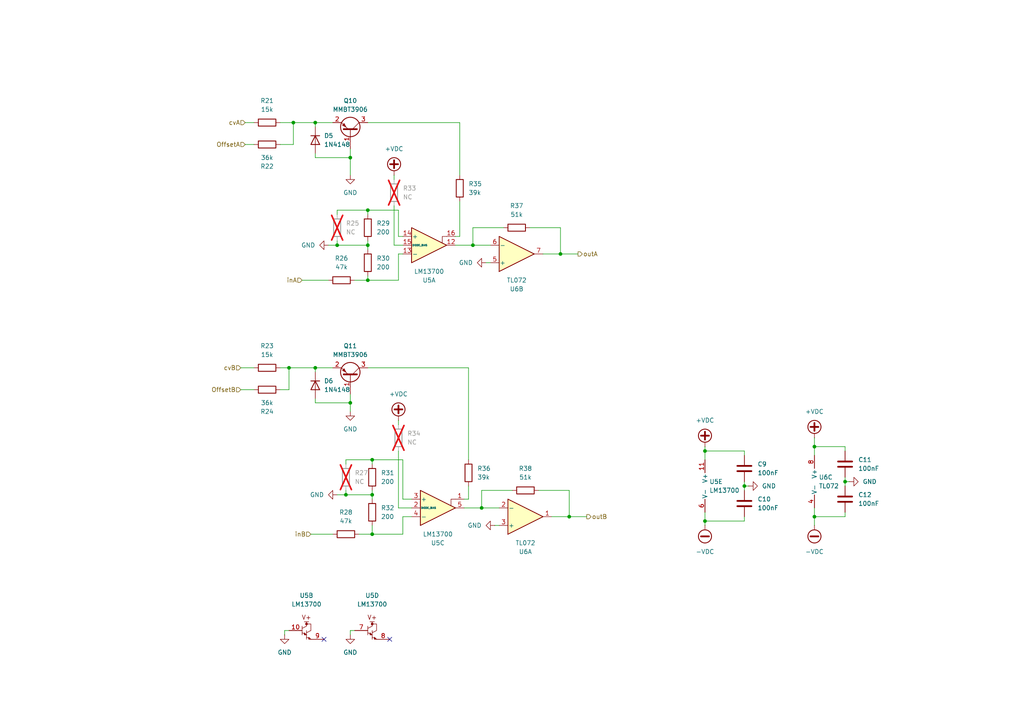
<source format=kicad_sch>
(kicad_sch (version 20250114) (generator "eeschema") (generator_version "9.0")
  (paper "A4")
  (title_block (title "ACID VCA CORE") (date "2025-05-18") (rev "1.1"))
  (lib_symbols
    (symbol "Amplifier_Operational:LM13700" (pin_names (offset 0.127))
      (property "Reference" "U" (at 3.81 5.08 0))
      (property "Value" "LM13700" (at 5.08 -5.08 0))
      (symbol "LM13700_1_1"
        (polyline (pts (xy 3.81 -0.635) (xy 3.81 -2.54) (xy 5.08 -2.54)))
        (polyline (pts (xy 5.08 0) (xy -5.08 -5.08) (xy -5.08 5.08) (xy 5.08 0)) (stroke (width 0.254)) (fill (type background)))
        (pin input line (at -7.62 2.54 0) (length 2.54) (name "-") (number "13"))
        (pin input line (at -7.62 0 0) (length 2.54) (name "DIODE_BIAS") (number "15"))
        (pin input line (at -7.62 -2.54 0) (length 2.54) (name "+") (number "14"))
        (pin output line (at 7.62 0 180) (length 2.54) (name "~") (number "12"))
        (pin input line (at 7.62 -2.54 180) (length 2.54) (name "~") (number "16"))
      )
      (symbol "LM13700_2_0"
        (polyline (pts (xy -1.905 2.54) (xy -3.175 2.54)))
      )
      (symbol "LM13700_2_1"
        (polyline (pts (xy -3.81 1.27) (xy -3.81 -1.27)))
        (polyline (pts (xy -3.81 0.635) (xy -2.54 1.27) (xy -2.54 1.905) (xy -2.54 2.54)))
        (polyline (pts (xy -3.81 -0.635) (xy -2.54 -1.27)))
        (circle (center -2.54 1.905) (radius 0.254) (stroke (width 0.254)) (fill (type outline)))
        (polyline (pts (xy -2.54 0) (xy -2.54 -2.54)))
        (polyline (pts (xy -2.54 -0.635) (xy -1.27 0) (xy -1.27 1.905) (xy -2.54 1.905)))
        (polyline (pts (xy -2.54 -1.27) (xy -3.175 -0.635) (xy -3.175 -1.27) (xy -2.54 -1.27)) (fill (type outline)))
        (polyline (pts (xy -2.54 -1.905) (xy -1.27 -2.54)))
        (polyline (pts (xy -1.27 -2.54) (xy -1.905 -1.905) (xy -1.905 -2.54) (xy -1.27 -2.54)) (fill (type outline)))
        (text "V+" (at -2.54 3.81 0) (effects (font (size 1.27 1.27))))
        (pin input line (at -7.62 0 0) (length 3.81) (name "~") (number "10"))
        (pin output line (at 2.54 -2.54 180) (length 3.81) (name "~") (number "9"))
      )
      (symbol "LM13700_3_1"
        (polyline (pts (xy 3.81 -0.635) (xy 3.81 -2.54) (xy 5.08 -2.54)))
        (polyline (pts (xy 5.08 0) (xy -5.08 -5.08) (xy -5.08 5.08) (xy 5.08 0)) (stroke (width 0.254)) (fill (type background)))
        (pin input line (at -7.62 2.54 0) (length 2.54) (name "-") (number "4"))
        (pin input line (at -7.62 0 0) (length 2.54) (name "DIODE_BIAS") (number "2"))
        (pin input line (at -7.62 -2.54 0) (length 2.54) (name "+") (number "3"))
        (pin output line (at 7.62 0 180) (length 2.54) (name "~") (number "5"))
        (pin input line (at 7.62 -2.54 180) (length 2.54) (name "~") (number "1"))
      )
      (symbol "LM13700_4_0"
        (polyline (pts (xy -3.175 2.54) (xy -1.905 2.54)))
        (text "V+" (at -2.54 3.81 0) (effects (font (size 1.27 1.27))))
      )
      (symbol "LM13700_4_1"
        (polyline (pts (xy -3.81 1.27) (xy -3.81 -1.27)))
        (polyline (pts (xy -3.81 0.635) (xy -2.54 1.27) (xy -2.54 2.54)))
        (polyline (pts (xy -3.81 -0.635) (xy -2.54 -1.27)))
        (circle (center -2.54 1.905) (radius 0.254) (stroke (width 0.254)) (fill (type outline)))
        (polyline (pts (xy -2.54 0) (xy -2.54 -2.54)))
        (polyline (pts (xy -2.54 -0.635) (xy -1.27 0) (xy -1.27 1.905) (xy -2.54 1.905)))
        (polyline (pts (xy -2.54 -1.27) (xy -3.175 -0.635) (xy -3.175 -1.27) (xy -2.54 -1.27)) (fill (type outline)))
        (polyline (pts (xy -2.54 -1.905) (xy -1.27 -2.54)))
        (polyline (pts (xy -1.27 -2.54) (xy -1.905 -1.905) (xy -1.905 -2.54) (xy -1.27 -2.54)) (fill (type outline)))
        (pin input line (at -7.62 0 0) (length 3.81) (name "~") (number "7"))
        (pin output line (at 2.54 -2.54 180) (length 3.81) (name "~") (number "8"))
      )
      (symbol "LM13700_5_1"
        (pin power_in line (at -2.54 7.62 270) (length 3.81) (name "V+") (number "11"))
        (pin power_in line (at -2.54 -7.62 90) (length 3.81) (name "V-") (number "6"))
      )
    )
    (symbol "Amplifier_Operational:TL072" (pin_names (offset 0.127))
      (property "Reference" "U" (at 0 5.08 0))
      (property "Value" "TL072" (at 0 -5.08 0))
      (symbol "TL072_1_1"
        (polyline (pts (xy -5.08 5.08) (xy 5.08 0) (xy -5.08 -5.08) (xy -5.08 5.08)) (stroke (width 0.254)) (fill (type background)))
        (pin input line (at -7.62 2.54 0) (length 2.54) (name "+") (number "3"))
        (pin input line (at -7.62 -2.54 0) (length 2.54) (name "-") (number "2"))
        (pin output line (at 7.62 0 180) (length 2.54) (name "~") (number "1"))
      )
      (symbol "TL072_2_1"
        (polyline (pts (xy -5.08 5.08) (xy 5.08 0) (xy -5.08 -5.08) (xy -5.08 5.08)) (stroke (width 0.254)) (fill (type background)))
        (pin input line (at -7.62 2.54 0) (length 2.54) (name "+") (number "5"))
        (pin input line (at -7.62 -2.54 0) (length 2.54) (name "-") (number "6"))
        (pin output line (at 7.62 0 180) (length 2.54) (name "~") (number "7"))
      )
      (symbol "TL072_3_1"
        (pin power_in line (at -2.54 7.62 270) (length 3.81) (name "V+") (number "8"))
        (pin power_in line (at -2.54 -7.62 90) (length 3.81) (name "V-") (number "4"))
      )
    )
    (symbol "Device:C" (pin_numbers (hide yes)) (pin_names (offset 0.254))
      (property "Reference" "C" (at 0.635 2.54 0))
      (property "Value" "C" (at 0.635 -2.54 0))
      (symbol "C_0_1"
        (polyline (pts (xy -2.032 0.762) (xy 2.032 0.762)) (stroke (width 0.508)))
        (polyline (pts (xy -2.032 -0.762) (xy 2.032 -0.762)) (stroke (width 0.508)))
      )
      (symbol "C_1_1"
        (pin passive line (at 0 3.81 270) (length 2.794) (name "~") (number "1"))
        (pin passive line (at 0 -3.81 90) (length 2.794) (name "~") (number "2"))
      )
    )
    (symbol "Device:D" (pin_numbers (hide yes)) (pin_names (offset 1.016) (hide yes))
      (property "Reference" "D" (at 0 2.54 0))
      (property "Value" "D" (at 0 -2.54 0))
      (symbol "D_0_1"
        (polyline (pts (xy -1.27 1.27) (xy -1.27 -1.27)) (stroke (width 0.254)))
        (polyline (pts (xy 1.27 1.27) (xy 1.27 -1.27) (xy -1.27 0) (xy 1.27 1.27)) (stroke (width 0.254)))
        (polyline (pts (xy 1.27 0) (xy -1.27 0)))
      )
      (symbol "D_1_1"
        (pin passive line (at -3.81 0 0) (length 2.54) (name "K") (number "1"))
        (pin passive line (at 3.81 0 180) (length 2.54) (name "A") (number "2"))
      )
    )
    (symbol "Device:R" (pin_numbers (hide yes)) (pin_names (offset 0))
      (property "Reference" "R" (at 2.032 0 90))
      (property "Value" "R" (at 0 0 90))
      (symbol "R_0_1"
        (rectangle (start -1.016 -2.54) (end 1.016 2.54) (stroke (width 0.254)))
      )
      (symbol "R_1_1"
        (pin passive line (at 0 3.81 270) (length 1.27) (name "~") (number "1"))
        (pin passive line (at 0 -3.81 90) (length 1.27) (name "~") (number "2"))
      )
    )
    (symbol "Transistor_BJT:MMBT3906" (pin_names (offset 0) (hide yes))
      (property "Reference" "Q" (at 5.08 1.905 0))
      (property "Value" "MMBT3906" (at 5.08 0 0))
      (symbol "MMBT3906_0_1"
        (polyline (pts (xy 0.635 1.905) (xy 0.635 -1.905) (xy 0.635 -1.905)) (stroke (width 0.508)))
        (polyline (pts (xy 0.635 0.635) (xy 2.54 2.54)))
        (polyline (pts (xy 0.635 -0.635) (xy 2.54 -2.54) (xy 2.54 -2.54)))
        (circle (center 1.27 0) (radius 2.8194) (stroke (width 0.254)))
        (polyline (pts (xy 2.286 -1.778) (xy 1.778 -2.286) (xy 1.27 -1.27) (xy 2.286 -1.778) (xy 2.286 -1.778)) (fill (type outline)))
      )
      (symbol "MMBT3906_1_1"
        (pin input line (at -5.08 0 0) (length 5.715) (name "B") (number "1"))
        (pin passive line (at 2.54 5.08 270) (length 2.54) (name "C") (number "3"))
        (pin passive line (at 2.54 -5.08 90) (length 2.54) (name "E") (number "2"))
      )
    )
    (symbol "power:+VDC" (power) (pin_numbers (hide yes)) (pin_names (offset 0) (hide yes))
      (property "Value" "+VDC" (at 0 6.35 0))
      (symbol "+VDC_0_1"
        (polyline (pts (xy -1.143 3.175) (xy 1.143 3.175)) (stroke (width 0.508)))
        (circle (center 0 3.175) (radius 1.905) (stroke (width 0.254)))
        (polyline (pts (xy 0 2.032) (xy 0 4.318)) (stroke (width 0.508)))
        (polyline (pts (xy 0 0) (xy 0 1.27)))
      )
      (symbol "+VDC_1_1"
        (pin power_in line (at 0 0 90) (length 0) (name "~") (number "1"))
      )
    )
    (symbol "power:-VDC" (power) (pin_numbers (hide yes)) (pin_names (offset 0) (hide yes))
      (property "Value" "-VDC" (at 0 6.35 0))
      (symbol "-VDC_0_1"
        (polyline (pts (xy -1.143 3.175) (xy 1.143 3.175)) (stroke (width 0.508)))
        (circle (center 0 3.175) (radius 1.905) (stroke (width 0.254)))
        (polyline (pts (xy 0 0) (xy 0 1.27)))
      )
      (symbol "-VDC_1_1"
        (pin power_in line (at 0 0 90) (length 0) (name "~") (number "1"))
      )
    )
    (symbol "power:GND" (power) (pin_numbers (hide yes)) (pin_names (offset 0) (hide yes))
      (property "Value" "GND" (at 0 -3.81 0))
      (symbol "GND_0_1"
        (polyline (pts (xy 0 0) (xy 0 -1.27) (xy 1.27 -1.27) (xy 0 -2.54) (xy -1.27 -1.27) (xy 0 -1.27)))
      )
      (symbol "GND_1_1"
        (pin power_in line (at 0 0 270) (length 0) (name "~") (number "1"))
      )
    )
  )
  (junction (at 215.9 140.97))
  (junction (at 236.22 129.54))
  (junction (at 106.68 71.12))
  (junction (at 100.33 143.51))
  (junction (at 91.44 106.68))
  (junction (at 165.1 149.86))
  (junction (at 137.16 71.12))
  (junction (at 107.95 143.51))
  (junction (at 106.68 81.28))
  (junction (at 107.95 133.35))
  (junction (at 101.6 116.84))
  (junction (at 204.47 130.81))
  (junction (at 101.6 45.72))
  (junction (at 245.11 139.7))
  (junction (at 162.56 73.66))
  (junction (at 106.68 60.96))
  (junction (at 83.82 106.68))
  (junction (at 204.47 151.13))
  (junction (at 91.44 35.56))
  (junction (at 85.09 35.56))
  (junction (at 97.79 71.12))
  (junction (at 107.95 154.94))
  (junction (at 236.22 149.86))
  (junction (at 139.7 147.32))
  (no_connect (at 93.98 185.42))
  (no_connect (at 113.03 185.42))
  (wire (pts (xy 133.35 58.42) (xy 133.35 68.58)))
  (wire (pts (xy 119.38 149.86) (xy 116.84 149.86)))
  (wire (pts (xy 115.57 130.81) (xy 115.57 147.32)))
  (wire (pts (xy 215.9 132.08) (xy 215.9 130.81)))
  (wire (pts (xy 116.84 73.66) (xy 115.57 73.66)))
  (wire (pts (xy 101.6 182.88) (xy 102.87 182.88)))
  (wire (pts (xy 245.11 148.59) (xy 245.11 149.86)))
  (wire (pts (xy 114.3 50.8) (xy 114.3 52.07)))
  (wire (pts (xy 236.22 129.54) (xy 236.22 132.08)))
  (wire (pts (xy 100.33 142.24) (xy 100.33 143.51)))
  (wire (pts (xy 162.56 66.04) (xy 153.67 66.04)))
  (wire (pts (xy 91.44 106.68) (xy 96.52 106.68)))
  (wire (pts (xy 81.28 113.03) (xy 83.82 113.03)))
  (wire (pts (xy 81.28 35.56) (xy 85.09 35.56)))
  (wire (pts (xy 71.12 41.91) (xy 73.66 41.91)))
  (wire (pts (xy 116.84 144.78) (xy 116.84 133.35)))
  (wire (pts (xy 236.22 147.32) (xy 236.22 149.86)))
  (wire (pts (xy 116.84 68.58) (xy 115.57 68.58)))
  (wire (pts (xy 157.48 73.66) (xy 162.56 73.66)))
  (wire (pts (xy 81.28 41.91) (xy 85.09 41.91)))
  (wire (pts (xy 107.95 143.51) (xy 107.95 144.78)))
  (wire (pts (xy 102.87 81.28) (xy 106.68 81.28)))
  (wire (pts (xy 204.47 130.81) (xy 215.9 130.81)))
  (wire (pts (xy 204.47 151.13) (xy 215.9 151.13)))
  (wire (pts (xy 91.44 35.56) (xy 91.44 36.83)))
  (wire (pts (xy 107.95 154.94) (xy 107.95 152.4)))
  (wire (pts (xy 134.62 144.78) (xy 135.89 144.78)))
  (wire (pts (xy 245.11 130.81) (xy 245.11 129.54)))
  (wire (pts (xy 107.95 133.35) (xy 100.33 133.35)))
  (wire (pts (xy 204.47 151.13) (xy 204.47 152.4)))
  (wire (pts (xy 139.7 147.32) (xy 144.78 147.32)))
  (wire (pts (xy 204.47 148.59) (xy 204.47 151.13)))
  (wire (pts (xy 135.89 106.68) (xy 135.89 133.35)))
  (wire (pts (xy 146.05 66.04) (xy 137.16 66.04)))
  (wire (pts (xy 160.02 149.86) (xy 165.1 149.86)))
  (wire (pts (xy 115.57 147.32) (xy 119.38 147.32)))
  (wire (pts (xy 135.89 144.78) (xy 135.89 140.97)))
  (wire (pts (xy 100.33 133.35) (xy 100.33 134.62)))
  (wire (pts (xy 236.22 149.86) (xy 236.22 152.4)))
  (wire (pts (xy 101.6 43.18) (xy 101.6 45.72)))
  (wire (pts (xy 217.17 140.97) (xy 215.9 140.97)))
  (wire (pts (xy 137.16 66.04) (xy 137.16 71.12)))
  (wire (pts (xy 119.38 144.78) (xy 116.84 144.78)))
  (wire (pts (xy 133.35 35.56) (xy 106.68 35.56)))
  (wire (pts (xy 139.7 142.24) (xy 139.7 147.32)))
  (wire (pts (xy 148.59 142.24) (xy 139.7 142.24)))
  (wire (pts (xy 116.84 133.35) (xy 107.95 133.35)))
  (wire (pts (xy 91.44 116.84) (xy 101.6 116.84)))
  (wire (pts (xy 106.68 81.28) (xy 106.68 80.01)))
  (wire (pts (xy 133.35 35.56) (xy 133.35 50.8)))
  (wire (pts (xy 162.56 73.66) (xy 167.64 73.66)))
  (wire (pts (xy 115.57 81.28) (xy 106.68 81.28)))
  (wire (pts (xy 204.47 129.54) (xy 204.47 130.81)))
  (wire (pts (xy 114.3 59.69) (xy 114.3 71.12)))
  (wire (pts (xy 215.9 140.97) (xy 215.9 142.24)))
  (wire (pts (xy 204.47 130.81) (xy 204.47 133.35)))
  (wire (pts (xy 106.68 69.85) (xy 106.68 71.12)))
  (wire (pts (xy 91.44 35.56) (xy 96.52 35.56)))
  (wire (pts (xy 97.79 143.51) (xy 100.33 143.51)))
  (wire (pts (xy 83.82 106.68) (xy 91.44 106.68)))
  (wire (pts (xy 115.57 121.92) (xy 115.57 123.19)))
  (wire (pts (xy 91.44 115.57) (xy 91.44 116.84)))
  (wire (pts (xy 81.28 106.68) (xy 83.82 106.68)))
  (wire (pts (xy 101.6 114.3) (xy 101.6 116.84)))
  (wire (pts (xy 95.25 81.28) (xy 87.63 81.28)))
  (wire (pts (xy 137.16 71.12) (xy 142.24 71.12)))
  (wire (pts (xy 134.62 147.32) (xy 139.7 147.32)))
  (wire (pts (xy 236.22 127) (xy 236.22 129.54)))
  (wire (pts (xy 91.44 45.72) (xy 101.6 45.72)))
  (wire (pts (xy 91.44 44.45) (xy 91.44 45.72)))
  (wire (pts (xy 115.57 60.96) (xy 106.68 60.96)))
  (wire (pts (xy 106.68 106.68) (xy 135.89 106.68)))
  (wire (pts (xy 95.25 71.12) (xy 97.79 71.12)))
  (wire (pts (xy 132.08 71.12) (xy 137.16 71.12)))
  (wire (pts (xy 162.56 73.66) (xy 162.56 66.04)))
  (wire (pts (xy 143.51 152.4) (xy 144.78 152.4)))
  (wire (pts (xy 100.33 143.51) (xy 107.95 143.51)))
  (wire (pts (xy 246.38 139.7) (xy 245.11 139.7)))
  (wire (pts (xy 69.85 113.03) (xy 73.66 113.03)))
  (wire (pts (xy 71.12 35.56) (xy 73.66 35.56)))
  (wire (pts (xy 97.79 60.96) (xy 106.68 60.96)))
  (wire (pts (xy 83.82 113.03) (xy 83.82 106.68)))
  (wire (pts (xy 107.95 133.35) (xy 107.95 134.62)))
  (wire (pts (xy 90.17 154.94) (xy 96.52 154.94)))
  (wire (pts (xy 245.11 149.86) (xy 236.22 149.86)))
  (wire (pts (xy 106.68 60.96) (xy 106.68 62.23)))
  (wire (pts (xy 106.68 71.12) (xy 106.68 72.39)))
  (wire (pts (xy 91.44 106.68) (xy 91.44 107.95)))
  (wire (pts (xy 116.84 154.94) (xy 107.95 154.94)))
  (wire (pts (xy 132.08 68.58) (xy 133.35 68.58)))
  (wire (pts (xy 165.1 149.86) (xy 170.18 149.86)))
  (wire (pts (xy 215.9 149.86) (xy 215.9 151.13)))
  (wire (pts (xy 116.84 149.86) (xy 116.84 154.94)))
  (wire (pts (xy 97.79 71.12) (xy 106.68 71.12)))
  (wire (pts (xy 115.57 68.58) (xy 115.57 60.96)))
  (wire (pts (xy 115.57 73.66) (xy 115.57 81.28)))
  (wire (pts (xy 245.11 139.7) (xy 245.11 140.97)))
  (wire (pts (xy 245.11 139.7) (xy 245.11 138.43)))
  (wire (pts (xy 245.11 129.54) (xy 236.22 129.54)))
  (wire (pts (xy 114.3 71.12) (xy 116.84 71.12)))
  (wire (pts (xy 107.95 142.24) (xy 107.95 143.51)))
  (wire (pts (xy 215.9 140.97) (xy 215.9 139.7)))
  (wire (pts (xy 165.1 142.24) (xy 156.21 142.24)))
  (wire (pts (xy 165.1 149.86) (xy 165.1 142.24)))
  (wire (pts (xy 97.79 69.85) (xy 97.79 71.12)))
  (wire (pts (xy 82.55 182.88) (xy 83.82 182.88)))
  (wire (pts (xy 140.97 76.2) (xy 142.24 76.2)))
  (wire (pts (xy 101.6 45.72) (xy 101.6 50.8)))
  (wire (pts (xy 85.09 41.91) (xy 85.09 35.56)))
  (wire (pts (xy 97.79 62.23) (xy 97.79 60.96)))
  (wire (pts (xy 104.14 154.94) (xy 107.95 154.94)))
  (wire (pts (xy 85.09 35.56) (xy 91.44 35.56)))
  (wire (pts (xy 101.6 184.15) (xy 101.6 182.88)))
  (wire (pts (xy 101.6 116.84) (xy 101.6 119.38)))
  (wire (pts (xy 69.85 106.68) (xy 73.66 106.68)))
  (wire (pts (xy 82.55 184.15) (xy 82.55 182.88)))
  (hierarchical_label "outA" (shape output) (at 167.64 73.66 0))
  (hierarchical_label "OffsetB" (shape input) (at 69.85 113.03 180))
  (hierarchical_label "OffsetA" (shape input) (at 71.12 41.91 180))
  (hierarchical_label "cvB" (shape input) (at 69.85 106.68 180))
  (hierarchical_label "cvA" (shape input) (at 71.12 35.56 180))
  (hierarchical_label "outB" (shape output) (at 170.18 149.86 0))
  (hierarchical_label "inB" (shape input) (at 90.17 154.94 180))
  (hierarchical_label "inA" (shape input) (at 87.63 81.28 180))
  (symbol (lib_id "Device:R") (at 106.68 66.04 0) (unit 1)
    (property "Reference" "R29" (at 109.22 64.7699 0) (effects (justify left)))
    (property "Value" "200" (at 109.22 67.3099 0) (effects (justify left)))
    (property "Footprint" "Resistor_SMD:R_0603_1608Metric" (effects (hide yes)))
    (property "Description" "Resistor" (effects (hide yes)))
  )
  (symbol (lib_id "Device:R") (at 97.79 66.04 0) (unit 1) (dnp yes)
    (property "Reference" "R25" (at 100.33 64.7699 0) (effects (justify left)))
    (property "Value" "NC" (at 100.33 67.3099 0) (effects (justify left)))
    (property "Footprint" "Resistor_SMD:R_0603_1608Metric" (effects (hide yes)))
    (property "Description" "Resistor" (effects (hide yes)))
  )
  (symbol (lib_id "power:+VDC") (at 115.57 121.92 0) (unit 1)
    (property "Reference" "#PWR039" (effects (hide yes)))
    (property "Value" "+VDC" (at 115.57 114.3 0))
    (property "Description" "Power symbol creates a global label with name \"+VDC\"" (effects (hide yes)))
  )
  (symbol (lib_id "Device:C") (at 215.9 146.05 0) (unit 1)
    (property "Reference" "C10" (at 219.71 144.7799 0) (effects (justify left)))
    (property "Value" "100nF" (at 219.71 147.3199 0) (effects (justify left)))
    (property "Footprint" "Capacitor_SMD:C_0603_1608Metric" (effects (hide yes)))
    (property "Description" "Unpolarized capacitor" (effects (hide yes)))
  )
  (symbol (lib_id "Transistor_BJT:MMBT3906") (at 101.6 38.1 270) (mirror x) (unit 1)
    (property "Reference" "Q10" (at 101.6 29.21 90))
    (property "Value" "MMBT3906" (at 101.6 31.75 90))
    (property "Footprint" "Package_TO_SOT_SMD:SOT-23" (effects (hide yes)))
    (property "Datasheet" "https://www.onsemi.com/pdf/datasheet/pzt3906-d.pdf" (effects (hide yes)))
    (property "Description" "-0.2A Ic, -40V Vce, Small Signal PNP Transistor, SOT-23" (effects (hide yes)))
  )
  (symbol (lib_id "power:GND") (at 101.6 184.15 0) (unit 1)
    (property "Reference" "#PWR037" (effects (hide yes)))
    (property "Value" "GND" (at 101.6 189.23 0))
    (property "Description" "Power symbol creates a global label with name \"GND\" , ground" (effects (hide yes)))
  )
  (symbol (lib_id "Amplifier_Operational:TL072") (at 149.86 73.66 0) (mirror x) (unit 2)
    (property "Reference" "U6" (at 149.86 83.82 0))
    (property "Value" "TL072" (at 149.86 81.28 0))
    (property "Footprint" "Package_SO:SO-8_3.9x4.9mm_P1.27mm" (effects (hide yes)))
    (property "Datasheet" "http://www.ti.com/lit/ds/symlink/tl071.pdf" (effects (hide yes)))
    (property "Description" "Dual Low-Noise JFET-Input Operational Amplifiers, DIP-8/SOIC-8" (effects (hide yes)))
  )
  (symbol (lib_id "power:GND") (at 143.51 152.4 270) (unit 1)
    (property "Reference" "#PWR041" (effects (hide yes)))
    (property "Value" "GND" (at 139.7 152.3999 90) (effects (justify right)))
    (property "Description" "Power symbol creates a global label with name \"GND\" , ground" (effects (hide yes)))
  )
  (symbol (lib_id "Device:R") (at 77.47 113.03 90) (mirror x) (unit 1)
    (property "Reference" "R24" (at 77.47 119.38 90))
    (property "Value" "36k" (at 77.47 116.84 90))
    (property "Footprint" "Resistor_SMD:R_0603_1608Metric" (effects (hide yes)))
    (property "Description" "Resistor" (effects (hide yes)))
  )
  (symbol (lib_id "power:GND") (at 101.6 119.38 0) (unit 1)
    (property "Reference" "#PWR036" (effects (hide yes)))
    (property "Value" "GND" (at 101.6 124.46 0))
    (property "Description" "Power symbol creates a global label with name \"GND\" , ground" (effects (hide yes)))
  )
  (symbol (lib_id "Amplifier_Operational:LM13700") (at 91.44 182.88 0) (unit 2)
    (property "Reference" "U5" (at 88.9 172.72 0))
    (property "Value" "LM13700" (at 88.9 175.26 0))
    (property "Footprint" "Package_SO:SO-16_3.9x9.9mm_P1.27mm" (effects (hide yes)))
    (property "Datasheet" "http://www.ti.com/lit/ds/symlink/lm13700.pdf" (effects (hide yes)))
    (property "Description" "Dual Operational Transconductance Amplifiers with Linearizing Diodes and Buffers, DIP-16/SOIC-16" (effects (hide yes)))
  )
  (symbol (lib_id "Device:R") (at 100.33 138.43 0) (unit 1) (dnp yes)
    (property "Reference" "R27" (at 102.87 137.1599 0) (effects (justify left)))
    (property "Value" "NC" (at 102.87 139.6999 0) (effects (justify left)))
    (property "Footprint" "Resistor_SMD:R_0603_1608Metric" (effects (hide yes)))
    (property "Description" "Resistor" (effects (hide yes)))
  )
  (symbol (lib_id "power:GND") (at 95.25 71.12 270) (unit 1)
    (property "Reference" "#PWR033" (effects (hide yes)))
    (property "Value" "GND" (at 91.44 71.1199 90) (effects (justify right)))
    (property "Description" "Power symbol creates a global label with name \"GND\" , ground" (effects (hide yes)))
  )
  (symbol (lib_id "Device:R") (at 99.06 81.28 90) (unit 1)
    (property "Reference" "R26" (at 99.06 74.93 90))
    (property "Value" "47k" (at 99.06 77.47 90))
    (property "Footprint" "Resistor_SMD:R_0603_1608Metric" (effects (hide yes)))
    (property "Description" "Resistor" (effects (hide yes)))
  )
  (symbol (lib_id "Device:R") (at 106.68 76.2 0) (unit 1)
    (property "Reference" "R30" (at 109.22 74.9299 0) (effects (justify left)))
    (property "Value" "200" (at 109.22 77.4699 0) (effects (justify left)))
    (property "Footprint" "Resistor_SMD:R_0603_1608Metric" (effects (hide yes)))
    (property "Description" "Resistor" (effects (hide yes)))
  )
  (symbol (lib_id "power:+VDC") (at 236.22 127 0) (unit 1)
    (property "Reference" "#PWR045" (effects (hide yes)))
    (property "Value" "+VDC" (at 236.22 119.38 0))
    (property "Description" "Power symbol creates a global label with name \"+VDC\"" (effects (hide yes)))
  )
  (symbol (lib_id "Device:R") (at 115.57 127 0) (unit 1) (dnp yes)
    (property "Reference" "R34" (at 118.11 125.7299 0) (effects (justify left)))
    (property "Value" "NC" (at 118.11 128.2699 0) (effects (justify left)))
    (property "Footprint" "Resistor_SMD:R_0603_1608Metric" (effects (hide yes)))
    (property "Description" "Resistor" (effects (hide yes)))
  )
  (symbol (lib_id "Device:R") (at 77.47 41.91 90) (mirror x) (unit 1)
    (property "Reference" "R22" (at 77.47 48.26 90))
    (property "Value" "36k" (at 77.47 45.72 90))
    (property "Footprint" "Resistor_SMD:R_0603_1608Metric" (effects (hide yes)))
    (property "Description" "Resistor" (effects (hide yes)))
  )
  (symbol (lib_id "power:GND") (at 140.97 76.2 270) (unit 1)
    (property "Reference" "#PWR040" (effects (hide yes)))
    (property "Value" "GND" (at 137.16 76.1999 90) (effects (justify right)))
    (property "Description" "Power symbol creates a global label with name \"GND\" , ground" (effects (hide yes)))
  )
  (symbol (lib_id "Device:R") (at 107.95 138.43 0) (unit 1)
    (property "Reference" "R31" (at 110.49 137.1599 0) (effects (justify left)))
    (property "Value" "200" (at 110.49 139.6999 0) (effects (justify left)))
    (property "Footprint" "Resistor_SMD:R_0603_1608Metric" (effects (hide yes)))
    (property "Description" "Resistor" (effects (hide yes)))
  )
  (symbol (lib_id "power:+VDC") (at 114.3 50.8 0) (unit 1)
    (property "Reference" "#PWR038" (effects (hide yes)))
    (property "Value" "+VDC" (at 114.3 43.18 0))
    (property "Description" "Power symbol creates a global label with name \"+VDC\"" (effects (hide yes)))
  )
  (symbol (lib_id "Amplifier_Operational:LM13700") (at 110.49 182.88 0) (unit 4)
    (property "Reference" "U5" (at 107.95 172.72 0))
    (property "Value" "LM13700" (at 107.95 175.26 0))
    (property "Footprint" "Package_SO:SO-16_3.9x9.9mm_P1.27mm" (effects (hide yes)))
    (property "Datasheet" "http://www.ti.com/lit/ds/symlink/lm13700.pdf" (effects (hide yes)))
    (property "Description" "Dual Operational Transconductance Amplifiers with Linearizing Diodes and Buffers, DIP-16/SOIC-16" (effects (hide yes)))
  )
  (symbol (lib_id "Device:D") (at 91.44 40.64 270) (unit 1)
    (property "Reference" "D5" (at 93.98 39.3699 90) (effects (justify left)))
    (property "Value" "1N4148" (at 93.98 41.9099 90) (effects (justify left)))
    (property "Footprint" "Diode_SMD:D_SOD-323_HandSoldering" (effects (hide yes)))
    (property "Description" "Diode" (effects (hide yes)))
    (property "Sim.Device" "D" (effects (hide yes)))
    (property "Sim.Pins" "1=K 2=A" (effects (hide yes)))
  )
  (symbol (lib_id "power:GND") (at 101.6 50.8 0) (unit 1)
    (property "Reference" "#PWR035" (effects (hide yes)))
    (property "Value" "GND" (at 101.6 55.88 0))
    (property "Description" "Power symbol creates a global label with name \"GND\" , ground" (effects (hide yes)))
  )
  (symbol (lib_id "power:+VDC") (at 204.47 129.54 0) (unit 1)
    (property "Reference" "#PWR042" (effects (hide yes)))
    (property "Value" "+VDC" (at 204.47 121.92 0))
    (property "Description" "Power symbol creates a global label with name \"+VDC\"" (effects (hide yes)))
  )
  (symbol (lib_id "Amplifier_Operational:LM13700") (at 127 147.32 0) (mirror x) (unit 3)
    (property "Reference" "U5" (at 127 157.48 0))
    (property "Value" "LM13700" (at 127 154.94 0))
    (property "Footprint" "Package_SO:SO-16_3.9x9.9mm_P1.27mm" (effects (hide yes)))
    (property "Datasheet" "http://www.ti.com/lit/ds/symlink/lm13700.pdf" (effects (hide yes)))
    (property "Description" "Dual Operational Transconductance Amplifiers with Linearizing Diodes and Buffers, DIP-16/SOIC-16" (effects (hide yes)))
  )
  (symbol (lib_id "Device:C") (at 245.11 134.62 0) (unit 1)
    (property "Reference" "C11" (at 248.92 133.3499 0) (effects (justify left)))
    (property "Value" "100nF" (at 248.92 135.8899 0) (effects (justify left)))
    (property "Footprint" "Capacitor_SMD:C_0603_1608Metric" (effects (hide yes)))
    (property "Description" "Unpolarized capacitor" (effects (hide yes)))
  )
  (symbol (lib_id "Device:R") (at 149.86 66.04 90) (unit 1)
    (property "Reference" "R37" (at 149.86 59.69 90))
    (property "Value" "51k" (at 149.86 62.23 90))
    (property "Footprint" "Resistor_SMD:R_0603_1608Metric" (effects (hide yes)))
    (property "Description" "Resistor" (effects (hide yes)))
  )
  (symbol (lib_id "power:GND") (at 246.38 139.7 90) (unit 1)
    (property "Reference" "#PWR047" (effects (hide yes)))
    (property "Value" "GND" (at 250.19 139.6999 90) (effects (justify right)))
    (property "Description" "Power symbol creates a global label with name \"GND\" , ground" (effects (hide yes)))
  )
  (symbol (lib_id "Device:R") (at 107.95 148.59 0) (unit 1)
    (property "Reference" "R32" (at 110.49 147.3199 0) (effects (justify left)))
    (property "Value" "200" (at 110.49 149.8599 0) (effects (justify left)))
    (property "Footprint" "Resistor_SMD:R_0603_1608Metric" (effects (hide yes)))
    (property "Description" "Resistor" (effects (hide yes)))
  )
  (symbol (lib_id "power:-VDC") (at 204.47 152.4 180) (unit 1)
    (property "Reference" "#PWR043" (effects (hide yes)))
    (property "Value" "-VDC" (at 204.47 160.02 0))
    (property "Description" "Power symbol creates a global label with name \"-VDC\"" (effects (hide yes)))
  )
  (symbol (lib_id "Device:R") (at 135.89 137.16 0) (unit 1)
    (property "Reference" "R36" (at 138.43 135.8899 0) (effects (justify left)))
    (property "Value" "39k" (at 138.43 138.4299 0) (effects (justify left)))
    (property "Footprint" "Resistor_SMD:R_0603_1608Metric" (effects (hide yes)))
    (property "Description" "Resistor" (effects (hide yes)))
  )
  (symbol (lib_id "Device:R") (at 133.35 54.61 0) (unit 1)
    (property "Reference" "R35" (at 135.89 53.3399 0) (effects (justify left)))
    (property "Value" "39k" (at 135.89 55.8799 0) (effects (justify left)))
    (property "Footprint" "Resistor_SMD:R_0603_1608Metric" (effects (hide yes)))
    (property "Description" "Resistor" (effects (hide yes)))
  )
  (symbol (lib_id "Device:R") (at 114.3 55.88 0) (unit 1) (dnp yes)
    (property "Reference" "R33" (at 116.84 54.6099 0) (effects (justify left)))
    (property "Value" "NC" (at 116.84 57.1499 0) (effects (justify left)))
    (property "Footprint" "Resistor_SMD:R_0603_1608Metric" (effects (hide yes)))
    (property "Description" "Resistor" (effects (hide yes)))
  )
  (symbol (lib_id "Device:C") (at 245.11 144.78 0) (unit 1)
    (property "Reference" "C12" (at 248.92 143.5099 0) (effects (justify left)))
    (property "Value" "100nF" (at 248.92 146.0499 0) (effects (justify left)))
    (property "Footprint" "Capacitor_SMD:C_0603_1608Metric" (effects (hide yes)))
    (property "Description" "Unpolarized capacitor" (effects (hide yes)))
  )
  (symbol (lib_id "Amplifier_Operational:TL072") (at 152.4 149.86 0) (mirror x) (unit 1)
    (property "Reference" "U6" (at 152.4 160.02 0))
    (property "Value" "TL072" (at 152.4 157.48 0))
    (property "Footprint" "Package_SO:SO-8_3.9x4.9mm_P1.27mm" (effects (hide yes)))
    (property "Datasheet" "http://www.ti.com/lit/ds/symlink/tl071.pdf" (effects (hide yes)))
    (property "Description" "Dual Low-Noise JFET-Input Operational Amplifiers, DIP-8/SOIC-8" (effects (hide yes)))
  )
  (symbol (lib_id "Amplifier_Operational:TL072") (at 238.76 139.7 0) (unit 3)
    (property "Reference" "U6" (at 237.49 138.4299 0) (effects (justify left)))
    (property "Value" "TL072" (at 237.49 140.9699 0) (effects (justify left)))
    (property "Footprint" "Package_SO:SO-8_3.9x4.9mm_P1.27mm" (effects (hide yes)))
    (property "Datasheet" "http://www.ti.com/lit/ds/symlink/tl071.pdf" (effects (hide yes)))
    (property "Description" "Dual Low-Noise JFET-Input Operational Amplifiers, DIP-8/SOIC-8" (effects (hide yes)))
  )
  (symbol (lib_id "Amplifier_Operational:LM13700") (at 124.46 71.12 0) (mirror x) (unit 1)
    (property "Reference" "U5" (at 124.46 81.28 0))
    (property "Value" "LM13700" (at 124.46 78.74 0))
    (property "Footprint" "Package_SO:SO-16_3.9x9.9mm_P1.27mm" (effects (hide yes)))
    (property "Datasheet" "http://www.ti.com/lit/ds/symlink/lm13700.pdf" (effects (hide yes)))
    (property "Description" "Dual Operational Transconductance Amplifiers with Linearizing Diodes and Buffers, DIP-16/SOIC-16" (effects (hide yes)))
  )
  (symbol (lib_id "Device:R") (at 77.47 106.68 90) (unit 1)
    (property "Reference" "R23" (at 77.47 100.33 90))
    (property "Value" "15k" (at 77.47 102.87 90))
    (property "Footprint" "Resistor_SMD:R_0603_1608Metric" (effects (hide yes)))
    (property "Description" "Resistor" (effects (hide yes)))
  )
  (symbol (lib_id "Device:D") (at 91.44 111.76 270) (unit 1)
    (property "Reference" "D6" (at 93.98 110.4899 90) (effects (justify left)))
    (property "Value" "1N4148" (at 93.98 113.0299 90) (effects (justify left)))
    (property "Footprint" "Diode_SMD:D_SOD-323_HandSoldering" (effects (hide yes)))
    (property "Description" "Diode" (effects (hide yes)))
    (property "Sim.Device" "D" (effects (hide yes)))
    (property "Sim.Pins" "1=K 2=A" (effects (hide yes)))
  )
  (symbol (lib_id "Transistor_BJT:MMBT3906") (at 101.6 109.22 270) (mirror x) (unit 1)
    (property "Reference" "Q11" (at 101.6 100.33 90))
    (property "Value" "MMBT3906" (at 101.6 102.87 90))
    (property "Footprint" "Package_TO_SOT_SMD:SOT-23" (effects (hide yes)))
    (property "Datasheet" "https://www.onsemi.com/pdf/datasheet/pzt3906-d.pdf" (effects (hide yes)))
    (property "Description" "-0.2A Ic, -40V Vce, Small Signal PNP Transistor, SOT-23" (effects (hide yes)))
  )
  (symbol (lib_id "Device:R") (at 100.33 154.94 90) (unit 1)
    (property "Reference" "R28" (at 100.33 148.59 90))
    (property "Value" "47k" (at 100.33 151.13 90))
    (property "Footprint" "Resistor_SMD:R_0603_1608Metric" (effects (hide yes)))
    (property "Description" "Resistor" (effects (hide yes)))
  )
  (symbol (lib_id "Device:R") (at 77.47 35.56 90) (unit 1)
    (property "Reference" "R21" (at 77.47 29.21 90))
    (property "Value" "15k" (at 77.47 31.75 90))
    (property "Footprint" "Resistor_SMD:R_0603_1608Metric" (effects (hide yes)))
    (property "Description" "Resistor" (effects (hide yes)))
  )
  (symbol (lib_id "power:GND") (at 82.55 184.15 0) (unit 1)
    (property "Reference" "#PWR032" (effects (hide yes)))
    (property "Value" "GND" (at 82.55 189.23 0))
    (property "Description" "Power symbol creates a global label with name \"GND\" , ground" (effects (hide yes)))
  )
  (symbol (lib_id "Amplifier_Operational:LM13700") (at 207.01 140.97 0) (unit 5)
    (property "Reference" "U5" (at 205.74 139.6999 0) (effects (justify left)))
    (property "Value" "LM13700" (at 205.74 142.2399 0) (effects (justify left)))
    (property "Footprint" "Package_SO:SO-16_3.9x9.9mm_P1.27mm" (effects (hide yes)))
    (property "Datasheet" "http://www.ti.com/lit/ds/symlink/lm13700.pdf" (effects (hide yes)))
    (property "Description" "Dual Operational Transconductance Amplifiers with Linearizing Diodes and Buffers, DIP-16/SOIC-16" (effects (hide yes)))
  )
  (symbol (lib_id "power:GND") (at 97.79 143.51 270) (unit 1)
    (property "Reference" "#PWR034" (effects (hide yes)))
    (property "Value" "GND" (at 93.98 143.5099 90) (effects (justify right)))
    (property "Description" "Power symbol creates a global label with name \"GND\" , ground" (effects (hide yes)))
  )
  (symbol (lib_id "Device:R") (at 152.4 142.24 90) (unit 1)
    (property "Reference" "R38" (at 152.4 135.89 90))
    (property "Value" "51k" (at 152.4 138.43 90))
    (property "Footprint" "Resistor_SMD:R_0603_1608Metric" (effects (hide yes)))
    (property "Description" "Resistor" (effects (hide yes)))
  )
  (symbol (lib_id "power:GND") (at 217.17 140.97 90) (unit 1)
    (property "Reference" "#PWR044" (effects (hide yes)))
    (property "Value" "GND" (at 220.98 140.9699 90) (effects (justify right)))
    (property "Description" "Power symbol creates a global label with name \"GND\" , ground" (effects (hide yes)))
  )
  (symbol (lib_id "power:-VDC") (at 236.22 152.4 180) (unit 1)
    (property "Reference" "#PWR046" (effects (hide yes)))
    (property "Value" "-VDC" (at 236.22 160.02 0))
    (property "Description" "Power symbol creates a global label with name \"-VDC\"" (effects (hide yes)))
  )
  (symbol (lib_id "Device:C") (at 215.9 135.89 0) (unit 1)
    (property "Reference" "C9" (at 219.71 134.6199 0) (effects (justify left)))
    (property "Value" "100nF" (at 219.71 137.1599 0) (effects (justify left)))
    (property "Footprint" "Capacitor_SMD:C_0603_1608Metric" (effects (hide yes)))
    (property "Description" "Unpolarized capacitor" (effects (hide yes)))
  )
)
</source>
